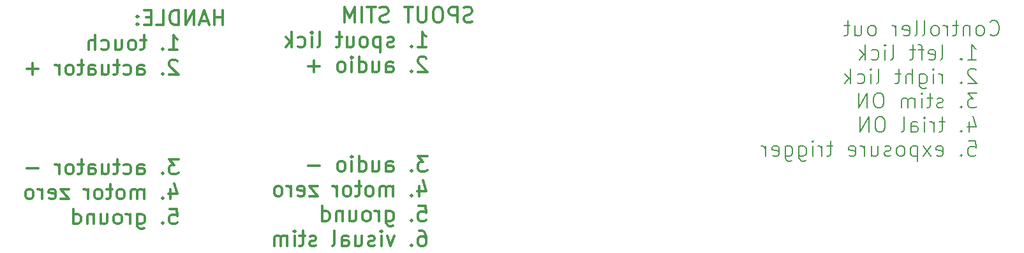
<source format=gbo>
G04 #@! TF.GenerationSoftware,KiCad,Pcbnew,5.1.6*
G04 #@! TF.CreationDate,2020-07-14T15:11:32-04:00*
G04 #@! TF.ProjectId,controller,636f6e74-726f-46c6-9c65-722e6b696361,rev?*
G04 #@! TF.SameCoordinates,Original*
G04 #@! TF.FileFunction,Legend,Bot*
G04 #@! TF.FilePolarity,Positive*
%FSLAX46Y46*%
G04 Gerber Fmt 4.6, Leading zero omitted, Abs format (unit mm)*
G04 Created by KiCad (PCBNEW 5.1.6) date 2020-07-14 15:11:32*
%MOMM*%
%LPD*%
G01*
G04 APERTURE LIST*
%ADD10C,0.200000*%
%ADD11C,0.300000*%
G04 APERTURE END LIST*
D10*
X127790952Y-70184285D02*
X127886190Y-70279523D01*
X128171904Y-70374761D01*
X128362380Y-70374761D01*
X128648095Y-70279523D01*
X128838571Y-70089047D01*
X128933809Y-69898571D01*
X129029047Y-69517619D01*
X129029047Y-69231904D01*
X128933809Y-68850952D01*
X128838571Y-68660476D01*
X128648095Y-68470000D01*
X128362380Y-68374761D01*
X128171904Y-68374761D01*
X127886190Y-68470000D01*
X127790952Y-68565238D01*
X126648095Y-70374761D02*
X126838571Y-70279523D01*
X126933809Y-70184285D01*
X127029047Y-69993809D01*
X127029047Y-69422380D01*
X126933809Y-69231904D01*
X126838571Y-69136666D01*
X126648095Y-69041428D01*
X126362380Y-69041428D01*
X126171904Y-69136666D01*
X126076666Y-69231904D01*
X125981428Y-69422380D01*
X125981428Y-69993809D01*
X126076666Y-70184285D01*
X126171904Y-70279523D01*
X126362380Y-70374761D01*
X126648095Y-70374761D01*
X125124285Y-69041428D02*
X125124285Y-70374761D01*
X125124285Y-69231904D02*
X125029047Y-69136666D01*
X124838571Y-69041428D01*
X124552857Y-69041428D01*
X124362380Y-69136666D01*
X124267142Y-69327142D01*
X124267142Y-70374761D01*
X123600476Y-69041428D02*
X122838571Y-69041428D01*
X123314761Y-68374761D02*
X123314761Y-70089047D01*
X123219523Y-70279523D01*
X123029047Y-70374761D01*
X122838571Y-70374761D01*
X122171904Y-70374761D02*
X122171904Y-69041428D01*
X122171904Y-69422380D02*
X122076666Y-69231904D01*
X121981428Y-69136666D01*
X121790952Y-69041428D01*
X121600476Y-69041428D01*
X120648095Y-70374761D02*
X120838571Y-70279523D01*
X120933809Y-70184285D01*
X121029047Y-69993809D01*
X121029047Y-69422380D01*
X120933809Y-69231904D01*
X120838571Y-69136666D01*
X120648095Y-69041428D01*
X120362380Y-69041428D01*
X120171904Y-69136666D01*
X120076666Y-69231904D01*
X119981428Y-69422380D01*
X119981428Y-69993809D01*
X120076666Y-70184285D01*
X120171904Y-70279523D01*
X120362380Y-70374761D01*
X120648095Y-70374761D01*
X118838571Y-70374761D02*
X119029047Y-70279523D01*
X119124285Y-70089047D01*
X119124285Y-68374761D01*
X117790952Y-70374761D02*
X117981428Y-70279523D01*
X118076666Y-70089047D01*
X118076666Y-68374761D01*
X116267142Y-70279523D02*
X116457619Y-70374761D01*
X116838571Y-70374761D01*
X117029047Y-70279523D01*
X117124285Y-70089047D01*
X117124285Y-69327142D01*
X117029047Y-69136666D01*
X116838571Y-69041428D01*
X116457619Y-69041428D01*
X116267142Y-69136666D01*
X116171904Y-69327142D01*
X116171904Y-69517619D01*
X117124285Y-69708095D01*
X115314761Y-70374761D02*
X115314761Y-69041428D01*
X115314761Y-69422380D02*
X115219523Y-69231904D01*
X115124285Y-69136666D01*
X114933809Y-69041428D01*
X114743333Y-69041428D01*
X112267142Y-70374761D02*
X112457619Y-70279523D01*
X112552857Y-70184285D01*
X112648095Y-69993809D01*
X112648095Y-69422380D01*
X112552857Y-69231904D01*
X112457619Y-69136666D01*
X112267142Y-69041428D01*
X111981428Y-69041428D01*
X111790952Y-69136666D01*
X111695714Y-69231904D01*
X111600476Y-69422380D01*
X111600476Y-69993809D01*
X111695714Y-70184285D01*
X111790952Y-70279523D01*
X111981428Y-70374761D01*
X112267142Y-70374761D01*
X109886190Y-69041428D02*
X109886190Y-70374761D01*
X110743333Y-69041428D02*
X110743333Y-70089047D01*
X110648095Y-70279523D01*
X110457619Y-70374761D01*
X110171904Y-70374761D01*
X109981428Y-70279523D01*
X109886190Y-70184285D01*
X109219523Y-69041428D02*
X108457619Y-69041428D01*
X108933809Y-68374761D02*
X108933809Y-70089047D01*
X108838571Y-70279523D01*
X108648095Y-70374761D01*
X108457619Y-70374761D01*
X124838571Y-73574761D02*
X125981428Y-73574761D01*
X125410000Y-73574761D02*
X125410000Y-71574761D01*
X125600476Y-71860476D01*
X125790952Y-72050952D01*
X125981428Y-72146190D01*
X123981428Y-73384285D02*
X123886190Y-73479523D01*
X123981428Y-73574761D01*
X124076666Y-73479523D01*
X123981428Y-73384285D01*
X123981428Y-73574761D01*
X121219523Y-73574761D02*
X121410000Y-73479523D01*
X121505238Y-73289047D01*
X121505238Y-71574761D01*
X119695714Y-73479523D02*
X119886190Y-73574761D01*
X120267142Y-73574761D01*
X120457619Y-73479523D01*
X120552857Y-73289047D01*
X120552857Y-72527142D01*
X120457619Y-72336666D01*
X120267142Y-72241428D01*
X119886190Y-72241428D01*
X119695714Y-72336666D01*
X119600476Y-72527142D01*
X119600476Y-72717619D01*
X120552857Y-72908095D01*
X119029047Y-72241428D02*
X118267142Y-72241428D01*
X118743333Y-73574761D02*
X118743333Y-71860476D01*
X118648095Y-71670000D01*
X118457619Y-71574761D01*
X118267142Y-71574761D01*
X117886190Y-72241428D02*
X117124285Y-72241428D01*
X117600476Y-71574761D02*
X117600476Y-73289047D01*
X117505238Y-73479523D01*
X117314761Y-73574761D01*
X117124285Y-73574761D01*
X114648095Y-73574761D02*
X114838571Y-73479523D01*
X114933809Y-73289047D01*
X114933809Y-71574761D01*
X113886190Y-73574761D02*
X113886190Y-72241428D01*
X113886190Y-71574761D02*
X113981428Y-71670000D01*
X113886190Y-71765238D01*
X113790952Y-71670000D01*
X113886190Y-71574761D01*
X113886190Y-71765238D01*
X112076666Y-73479523D02*
X112267142Y-73574761D01*
X112648095Y-73574761D01*
X112838571Y-73479523D01*
X112933809Y-73384285D01*
X113029047Y-73193809D01*
X113029047Y-72622380D01*
X112933809Y-72431904D01*
X112838571Y-72336666D01*
X112648095Y-72241428D01*
X112267142Y-72241428D01*
X112076666Y-72336666D01*
X111219523Y-73574761D02*
X111219523Y-71574761D01*
X111029047Y-72812857D02*
X110457619Y-73574761D01*
X110457619Y-72241428D02*
X111219523Y-73003333D01*
X125981428Y-74965238D02*
X125886190Y-74870000D01*
X125695714Y-74774761D01*
X125219523Y-74774761D01*
X125029047Y-74870000D01*
X124933809Y-74965238D01*
X124838571Y-75155714D01*
X124838571Y-75346190D01*
X124933809Y-75631904D01*
X126076666Y-76774761D01*
X124838571Y-76774761D01*
X123981428Y-76584285D02*
X123886190Y-76679523D01*
X123981428Y-76774761D01*
X124076666Y-76679523D01*
X123981428Y-76584285D01*
X123981428Y-76774761D01*
X121505238Y-76774761D02*
X121505238Y-75441428D01*
X121505238Y-75822380D02*
X121410000Y-75631904D01*
X121314761Y-75536666D01*
X121124285Y-75441428D01*
X120933809Y-75441428D01*
X120267142Y-76774761D02*
X120267142Y-75441428D01*
X120267142Y-74774761D02*
X120362380Y-74870000D01*
X120267142Y-74965238D01*
X120171904Y-74870000D01*
X120267142Y-74774761D01*
X120267142Y-74965238D01*
X118457619Y-75441428D02*
X118457619Y-77060476D01*
X118552857Y-77250952D01*
X118648095Y-77346190D01*
X118838571Y-77441428D01*
X119124285Y-77441428D01*
X119314761Y-77346190D01*
X118457619Y-76679523D02*
X118648095Y-76774761D01*
X119029047Y-76774761D01*
X119219523Y-76679523D01*
X119314761Y-76584285D01*
X119410000Y-76393809D01*
X119410000Y-75822380D01*
X119314761Y-75631904D01*
X119219523Y-75536666D01*
X119029047Y-75441428D01*
X118648095Y-75441428D01*
X118457619Y-75536666D01*
X117505238Y-76774761D02*
X117505238Y-74774761D01*
X116648095Y-76774761D02*
X116648095Y-75727142D01*
X116743333Y-75536666D01*
X116933809Y-75441428D01*
X117219523Y-75441428D01*
X117410000Y-75536666D01*
X117505238Y-75631904D01*
X115981428Y-75441428D02*
X115219523Y-75441428D01*
X115695714Y-74774761D02*
X115695714Y-76489047D01*
X115600476Y-76679523D01*
X115410000Y-76774761D01*
X115219523Y-76774761D01*
X112743333Y-76774761D02*
X112933809Y-76679523D01*
X113029047Y-76489047D01*
X113029047Y-74774761D01*
X111981428Y-76774761D02*
X111981428Y-75441428D01*
X111981428Y-74774761D02*
X112076666Y-74870000D01*
X111981428Y-74965238D01*
X111886190Y-74870000D01*
X111981428Y-74774761D01*
X111981428Y-74965238D01*
X110171904Y-76679523D02*
X110362380Y-76774761D01*
X110743333Y-76774761D01*
X110933809Y-76679523D01*
X111029047Y-76584285D01*
X111124285Y-76393809D01*
X111124285Y-75822380D01*
X111029047Y-75631904D01*
X110933809Y-75536666D01*
X110743333Y-75441428D01*
X110362380Y-75441428D01*
X110171904Y-75536666D01*
X109314761Y-76774761D02*
X109314761Y-74774761D01*
X109124285Y-76012857D02*
X108552857Y-76774761D01*
X108552857Y-75441428D02*
X109314761Y-76203333D01*
X126076666Y-77974761D02*
X124838571Y-77974761D01*
X125505238Y-78736666D01*
X125219523Y-78736666D01*
X125029047Y-78831904D01*
X124933809Y-78927142D01*
X124838571Y-79117619D01*
X124838571Y-79593809D01*
X124933809Y-79784285D01*
X125029047Y-79879523D01*
X125219523Y-79974761D01*
X125790952Y-79974761D01*
X125981428Y-79879523D01*
X126076666Y-79784285D01*
X123981428Y-79784285D02*
X123886190Y-79879523D01*
X123981428Y-79974761D01*
X124076666Y-79879523D01*
X123981428Y-79784285D01*
X123981428Y-79974761D01*
X121600476Y-79879523D02*
X121410000Y-79974761D01*
X121029047Y-79974761D01*
X120838571Y-79879523D01*
X120743333Y-79689047D01*
X120743333Y-79593809D01*
X120838571Y-79403333D01*
X121029047Y-79308095D01*
X121314761Y-79308095D01*
X121505238Y-79212857D01*
X121600476Y-79022380D01*
X121600476Y-78927142D01*
X121505238Y-78736666D01*
X121314761Y-78641428D01*
X121029047Y-78641428D01*
X120838571Y-78736666D01*
X120171904Y-78641428D02*
X119410000Y-78641428D01*
X119886190Y-77974761D02*
X119886190Y-79689047D01*
X119790952Y-79879523D01*
X119600476Y-79974761D01*
X119410000Y-79974761D01*
X118743333Y-79974761D02*
X118743333Y-78641428D01*
X118743333Y-77974761D02*
X118838571Y-78070000D01*
X118743333Y-78165238D01*
X118648095Y-78070000D01*
X118743333Y-77974761D01*
X118743333Y-78165238D01*
X117790952Y-79974761D02*
X117790952Y-78641428D01*
X117790952Y-78831904D02*
X117695714Y-78736666D01*
X117505238Y-78641428D01*
X117219523Y-78641428D01*
X117029047Y-78736666D01*
X116933809Y-78927142D01*
X116933809Y-79974761D01*
X116933809Y-78927142D02*
X116838571Y-78736666D01*
X116648095Y-78641428D01*
X116362380Y-78641428D01*
X116171904Y-78736666D01*
X116076666Y-78927142D01*
X116076666Y-79974761D01*
X113219523Y-77974761D02*
X112838571Y-77974761D01*
X112648095Y-78070000D01*
X112457619Y-78260476D01*
X112362380Y-78641428D01*
X112362380Y-79308095D01*
X112457619Y-79689047D01*
X112648095Y-79879523D01*
X112838571Y-79974761D01*
X113219523Y-79974761D01*
X113410000Y-79879523D01*
X113600476Y-79689047D01*
X113695714Y-79308095D01*
X113695714Y-78641428D01*
X113600476Y-78260476D01*
X113410000Y-78070000D01*
X113219523Y-77974761D01*
X111505238Y-79974761D02*
X111505238Y-77974761D01*
X110362380Y-79974761D01*
X110362380Y-77974761D01*
X125029047Y-81841428D02*
X125029047Y-83174761D01*
X125505238Y-81079523D02*
X125981428Y-82508095D01*
X124743333Y-82508095D01*
X123981428Y-82984285D02*
X123886190Y-83079523D01*
X123981428Y-83174761D01*
X124076666Y-83079523D01*
X123981428Y-82984285D01*
X123981428Y-83174761D01*
X121790952Y-81841428D02*
X121029047Y-81841428D01*
X121505238Y-81174761D02*
X121505238Y-82889047D01*
X121410000Y-83079523D01*
X121219523Y-83174761D01*
X121029047Y-83174761D01*
X120362380Y-83174761D02*
X120362380Y-81841428D01*
X120362380Y-82222380D02*
X120267142Y-82031904D01*
X120171904Y-81936666D01*
X119981428Y-81841428D01*
X119790952Y-81841428D01*
X119124285Y-83174761D02*
X119124285Y-81841428D01*
X119124285Y-81174761D02*
X119219523Y-81270000D01*
X119124285Y-81365238D01*
X119029047Y-81270000D01*
X119124285Y-81174761D01*
X119124285Y-81365238D01*
X117314761Y-83174761D02*
X117314761Y-82127142D01*
X117410000Y-81936666D01*
X117600476Y-81841428D01*
X117981428Y-81841428D01*
X118171904Y-81936666D01*
X117314761Y-83079523D02*
X117505238Y-83174761D01*
X117981428Y-83174761D01*
X118171904Y-83079523D01*
X118267142Y-82889047D01*
X118267142Y-82698571D01*
X118171904Y-82508095D01*
X117981428Y-82412857D01*
X117505238Y-82412857D01*
X117314761Y-82317619D01*
X116076666Y-83174761D02*
X116267142Y-83079523D01*
X116362380Y-82889047D01*
X116362380Y-81174761D01*
X113410000Y-81174761D02*
X113029047Y-81174761D01*
X112838571Y-81270000D01*
X112648095Y-81460476D01*
X112552857Y-81841428D01*
X112552857Y-82508095D01*
X112648095Y-82889047D01*
X112838571Y-83079523D01*
X113029047Y-83174761D01*
X113410000Y-83174761D01*
X113600476Y-83079523D01*
X113790952Y-82889047D01*
X113886190Y-82508095D01*
X113886190Y-81841428D01*
X113790952Y-81460476D01*
X113600476Y-81270000D01*
X113410000Y-81174761D01*
X111695714Y-83174761D02*
X111695714Y-81174761D01*
X110552857Y-83174761D01*
X110552857Y-81174761D01*
X124933809Y-84374761D02*
X125886190Y-84374761D01*
X125981428Y-85327142D01*
X125886190Y-85231904D01*
X125695714Y-85136666D01*
X125219523Y-85136666D01*
X125029047Y-85231904D01*
X124933809Y-85327142D01*
X124838571Y-85517619D01*
X124838571Y-85993809D01*
X124933809Y-86184285D01*
X125029047Y-86279523D01*
X125219523Y-86374761D01*
X125695714Y-86374761D01*
X125886190Y-86279523D01*
X125981428Y-86184285D01*
X123981428Y-86184285D02*
X123886190Y-86279523D01*
X123981428Y-86374761D01*
X124076666Y-86279523D01*
X123981428Y-86184285D01*
X123981428Y-86374761D01*
X120743333Y-86279523D02*
X120933809Y-86374761D01*
X121314761Y-86374761D01*
X121505238Y-86279523D01*
X121600476Y-86089047D01*
X121600476Y-85327142D01*
X121505238Y-85136666D01*
X121314761Y-85041428D01*
X120933809Y-85041428D01*
X120743333Y-85136666D01*
X120648095Y-85327142D01*
X120648095Y-85517619D01*
X121600476Y-85708095D01*
X119981428Y-86374761D02*
X118933809Y-85041428D01*
X119981428Y-85041428D02*
X118933809Y-86374761D01*
X118171904Y-85041428D02*
X118171904Y-87041428D01*
X118171904Y-85136666D02*
X117981428Y-85041428D01*
X117600476Y-85041428D01*
X117410000Y-85136666D01*
X117314761Y-85231904D01*
X117219523Y-85422380D01*
X117219523Y-85993809D01*
X117314761Y-86184285D01*
X117410000Y-86279523D01*
X117600476Y-86374761D01*
X117981428Y-86374761D01*
X118171904Y-86279523D01*
X116076666Y-86374761D02*
X116267142Y-86279523D01*
X116362380Y-86184285D01*
X116457619Y-85993809D01*
X116457619Y-85422380D01*
X116362380Y-85231904D01*
X116267142Y-85136666D01*
X116076666Y-85041428D01*
X115790952Y-85041428D01*
X115600476Y-85136666D01*
X115505238Y-85231904D01*
X115410000Y-85422380D01*
X115410000Y-85993809D01*
X115505238Y-86184285D01*
X115600476Y-86279523D01*
X115790952Y-86374761D01*
X116076666Y-86374761D01*
X114648095Y-86279523D02*
X114457619Y-86374761D01*
X114076666Y-86374761D01*
X113886190Y-86279523D01*
X113790952Y-86089047D01*
X113790952Y-85993809D01*
X113886190Y-85803333D01*
X114076666Y-85708095D01*
X114362380Y-85708095D01*
X114552857Y-85612857D01*
X114648095Y-85422380D01*
X114648095Y-85327142D01*
X114552857Y-85136666D01*
X114362380Y-85041428D01*
X114076666Y-85041428D01*
X113886190Y-85136666D01*
X112076666Y-85041428D02*
X112076666Y-86374761D01*
X112933809Y-85041428D02*
X112933809Y-86089047D01*
X112838571Y-86279523D01*
X112648095Y-86374761D01*
X112362380Y-86374761D01*
X112171904Y-86279523D01*
X112076666Y-86184285D01*
X111124285Y-86374761D02*
X111124285Y-85041428D01*
X111124285Y-85422380D02*
X111029047Y-85231904D01*
X110933809Y-85136666D01*
X110743333Y-85041428D01*
X110552857Y-85041428D01*
X109124285Y-86279523D02*
X109314761Y-86374761D01*
X109695714Y-86374761D01*
X109886190Y-86279523D01*
X109981428Y-86089047D01*
X109981428Y-85327142D01*
X109886190Y-85136666D01*
X109695714Y-85041428D01*
X109314761Y-85041428D01*
X109124285Y-85136666D01*
X109029047Y-85327142D01*
X109029047Y-85517619D01*
X109981428Y-85708095D01*
X106933809Y-85041428D02*
X106171904Y-85041428D01*
X106648095Y-84374761D02*
X106648095Y-86089047D01*
X106552857Y-86279523D01*
X106362380Y-86374761D01*
X106171904Y-86374761D01*
X105505238Y-86374761D02*
X105505238Y-85041428D01*
X105505238Y-85422380D02*
X105410000Y-85231904D01*
X105314761Y-85136666D01*
X105124285Y-85041428D01*
X104933809Y-85041428D01*
X104267142Y-86374761D02*
X104267142Y-85041428D01*
X104267142Y-84374761D02*
X104362380Y-84470000D01*
X104267142Y-84565238D01*
X104171904Y-84470000D01*
X104267142Y-84374761D01*
X104267142Y-84565238D01*
X102457619Y-85041428D02*
X102457619Y-86660476D01*
X102552857Y-86850952D01*
X102648095Y-86946190D01*
X102838571Y-87041428D01*
X103124285Y-87041428D01*
X103314761Y-86946190D01*
X102457619Y-86279523D02*
X102648095Y-86374761D01*
X103029047Y-86374761D01*
X103219523Y-86279523D01*
X103314761Y-86184285D01*
X103410000Y-85993809D01*
X103410000Y-85422380D01*
X103314761Y-85231904D01*
X103219523Y-85136666D01*
X103029047Y-85041428D01*
X102648095Y-85041428D01*
X102457619Y-85136666D01*
X100648095Y-85041428D02*
X100648095Y-86660476D01*
X100743333Y-86850952D01*
X100838571Y-86946190D01*
X101029047Y-87041428D01*
X101314761Y-87041428D01*
X101505238Y-86946190D01*
X100648095Y-86279523D02*
X100838571Y-86374761D01*
X101219523Y-86374761D01*
X101410000Y-86279523D01*
X101505238Y-86184285D01*
X101600476Y-85993809D01*
X101600476Y-85422380D01*
X101505238Y-85231904D01*
X101410000Y-85136666D01*
X101219523Y-85041428D01*
X100838571Y-85041428D01*
X100648095Y-85136666D01*
X98933809Y-86279523D02*
X99124285Y-86374761D01*
X99505238Y-86374761D01*
X99695714Y-86279523D01*
X99790952Y-86089047D01*
X99790952Y-85327142D01*
X99695714Y-85136666D01*
X99505238Y-85041428D01*
X99124285Y-85041428D01*
X98933809Y-85136666D01*
X98838571Y-85327142D01*
X98838571Y-85517619D01*
X99790952Y-85708095D01*
X97981428Y-86374761D02*
X97981428Y-85041428D01*
X97981428Y-85422380D02*
X97886190Y-85231904D01*
X97790952Y-85136666D01*
X97600476Y-85041428D01*
X97410000Y-85041428D01*
D11*
X59114047Y-68509523D02*
X58828333Y-68604761D01*
X58352142Y-68604761D01*
X58161666Y-68509523D01*
X58066428Y-68414285D01*
X57971190Y-68223809D01*
X57971190Y-68033333D01*
X58066428Y-67842857D01*
X58161666Y-67747619D01*
X58352142Y-67652380D01*
X58733095Y-67557142D01*
X58923571Y-67461904D01*
X59018809Y-67366666D01*
X59114047Y-67176190D01*
X59114047Y-66985714D01*
X59018809Y-66795238D01*
X58923571Y-66700000D01*
X58733095Y-66604761D01*
X58256904Y-66604761D01*
X57971190Y-66700000D01*
X57114047Y-68604761D02*
X57114047Y-66604761D01*
X56352142Y-66604761D01*
X56161666Y-66700000D01*
X56066428Y-66795238D01*
X55971190Y-66985714D01*
X55971190Y-67271428D01*
X56066428Y-67461904D01*
X56161666Y-67557142D01*
X56352142Y-67652380D01*
X57114047Y-67652380D01*
X54733095Y-66604761D02*
X54352142Y-66604761D01*
X54161666Y-66700000D01*
X53971190Y-66890476D01*
X53875952Y-67271428D01*
X53875952Y-67938095D01*
X53971190Y-68319047D01*
X54161666Y-68509523D01*
X54352142Y-68604761D01*
X54733095Y-68604761D01*
X54923571Y-68509523D01*
X55114047Y-68319047D01*
X55209285Y-67938095D01*
X55209285Y-67271428D01*
X55114047Y-66890476D01*
X54923571Y-66700000D01*
X54733095Y-66604761D01*
X53018809Y-66604761D02*
X53018809Y-68223809D01*
X52923571Y-68414285D01*
X52828333Y-68509523D01*
X52637857Y-68604761D01*
X52256904Y-68604761D01*
X52066428Y-68509523D01*
X51971190Y-68414285D01*
X51875952Y-68223809D01*
X51875952Y-66604761D01*
X51209285Y-66604761D02*
X50066428Y-66604761D01*
X50637857Y-68604761D02*
X50637857Y-66604761D01*
X47971190Y-68509523D02*
X47685476Y-68604761D01*
X47209285Y-68604761D01*
X47018809Y-68509523D01*
X46923571Y-68414285D01*
X46828333Y-68223809D01*
X46828333Y-68033333D01*
X46923571Y-67842857D01*
X47018809Y-67747619D01*
X47209285Y-67652380D01*
X47590238Y-67557142D01*
X47780714Y-67461904D01*
X47875952Y-67366666D01*
X47971190Y-67176190D01*
X47971190Y-66985714D01*
X47875952Y-66795238D01*
X47780714Y-66700000D01*
X47590238Y-66604761D01*
X47114047Y-66604761D01*
X46828333Y-66700000D01*
X46256904Y-66604761D02*
X45114047Y-66604761D01*
X45685476Y-68604761D02*
X45685476Y-66604761D01*
X44447380Y-68604761D02*
X44447380Y-66604761D01*
X43495000Y-68604761D02*
X43495000Y-66604761D01*
X42828333Y-68033333D01*
X42161666Y-66604761D01*
X42161666Y-68604761D01*
X51875952Y-71904761D02*
X53018809Y-71904761D01*
X52447380Y-71904761D02*
X52447380Y-69904761D01*
X52637857Y-70190476D01*
X52828333Y-70380952D01*
X53018809Y-70476190D01*
X51018809Y-71714285D02*
X50923571Y-71809523D01*
X51018809Y-71904761D01*
X51114047Y-71809523D01*
X51018809Y-71714285D01*
X51018809Y-71904761D01*
X48637857Y-71809523D02*
X48447380Y-71904761D01*
X48066428Y-71904761D01*
X47875952Y-71809523D01*
X47780714Y-71619047D01*
X47780714Y-71523809D01*
X47875952Y-71333333D01*
X48066428Y-71238095D01*
X48352142Y-71238095D01*
X48542619Y-71142857D01*
X48637857Y-70952380D01*
X48637857Y-70857142D01*
X48542619Y-70666666D01*
X48352142Y-70571428D01*
X48066428Y-70571428D01*
X47875952Y-70666666D01*
X46923571Y-70571428D02*
X46923571Y-72571428D01*
X46923571Y-70666666D02*
X46733095Y-70571428D01*
X46352142Y-70571428D01*
X46161666Y-70666666D01*
X46066428Y-70761904D01*
X45971190Y-70952380D01*
X45971190Y-71523809D01*
X46066428Y-71714285D01*
X46161666Y-71809523D01*
X46352142Y-71904761D01*
X46733095Y-71904761D01*
X46923571Y-71809523D01*
X44828333Y-71904761D02*
X45018809Y-71809523D01*
X45114047Y-71714285D01*
X45209285Y-71523809D01*
X45209285Y-70952380D01*
X45114047Y-70761904D01*
X45018809Y-70666666D01*
X44828333Y-70571428D01*
X44542619Y-70571428D01*
X44352142Y-70666666D01*
X44256904Y-70761904D01*
X44161666Y-70952380D01*
X44161666Y-71523809D01*
X44256904Y-71714285D01*
X44352142Y-71809523D01*
X44542619Y-71904761D01*
X44828333Y-71904761D01*
X42447380Y-70571428D02*
X42447380Y-71904761D01*
X43304523Y-70571428D02*
X43304523Y-71619047D01*
X43209285Y-71809523D01*
X43018809Y-71904761D01*
X42733095Y-71904761D01*
X42542619Y-71809523D01*
X42447380Y-71714285D01*
X41780714Y-70571428D02*
X41018809Y-70571428D01*
X41495000Y-69904761D02*
X41495000Y-71619047D01*
X41399761Y-71809523D01*
X41209285Y-71904761D01*
X41018809Y-71904761D01*
X38542619Y-71904761D02*
X38733095Y-71809523D01*
X38828333Y-71619047D01*
X38828333Y-69904761D01*
X37780714Y-71904761D02*
X37780714Y-70571428D01*
X37780714Y-69904761D02*
X37875952Y-70000000D01*
X37780714Y-70095238D01*
X37685476Y-70000000D01*
X37780714Y-69904761D01*
X37780714Y-70095238D01*
X35971190Y-71809523D02*
X36161666Y-71904761D01*
X36542619Y-71904761D01*
X36733095Y-71809523D01*
X36828333Y-71714285D01*
X36923571Y-71523809D01*
X36923571Y-70952380D01*
X36828333Y-70761904D01*
X36733095Y-70666666D01*
X36542619Y-70571428D01*
X36161666Y-70571428D01*
X35971190Y-70666666D01*
X35114047Y-71904761D02*
X35114047Y-69904761D01*
X34923571Y-71142857D02*
X34352142Y-71904761D01*
X34352142Y-70571428D02*
X35114047Y-71333333D01*
X53018809Y-73395238D02*
X52923571Y-73300000D01*
X52733095Y-73204761D01*
X52256904Y-73204761D01*
X52066428Y-73300000D01*
X51971190Y-73395238D01*
X51875952Y-73585714D01*
X51875952Y-73776190D01*
X51971190Y-74061904D01*
X53114047Y-75204761D01*
X51875952Y-75204761D01*
X51018809Y-75014285D02*
X50923571Y-75109523D01*
X51018809Y-75204761D01*
X51114047Y-75109523D01*
X51018809Y-75014285D01*
X51018809Y-75204761D01*
X47685476Y-75204761D02*
X47685476Y-74157142D01*
X47780714Y-73966666D01*
X47971190Y-73871428D01*
X48352142Y-73871428D01*
X48542619Y-73966666D01*
X47685476Y-75109523D02*
X47875952Y-75204761D01*
X48352142Y-75204761D01*
X48542619Y-75109523D01*
X48637857Y-74919047D01*
X48637857Y-74728571D01*
X48542619Y-74538095D01*
X48352142Y-74442857D01*
X47875952Y-74442857D01*
X47685476Y-74347619D01*
X45875952Y-73871428D02*
X45875952Y-75204761D01*
X46733095Y-73871428D02*
X46733095Y-74919047D01*
X46637857Y-75109523D01*
X46447380Y-75204761D01*
X46161666Y-75204761D01*
X45971190Y-75109523D01*
X45875952Y-75014285D01*
X44066428Y-75204761D02*
X44066428Y-73204761D01*
X44066428Y-75109523D02*
X44256904Y-75204761D01*
X44637857Y-75204761D01*
X44828333Y-75109523D01*
X44923571Y-75014285D01*
X45018809Y-74823809D01*
X45018809Y-74252380D01*
X44923571Y-74061904D01*
X44828333Y-73966666D01*
X44637857Y-73871428D01*
X44256904Y-73871428D01*
X44066428Y-73966666D01*
X43114047Y-75204761D02*
X43114047Y-73871428D01*
X43114047Y-73204761D02*
X43209285Y-73300000D01*
X43114047Y-73395238D01*
X43018809Y-73300000D01*
X43114047Y-73204761D01*
X43114047Y-73395238D01*
X41875952Y-75204761D02*
X42066428Y-75109523D01*
X42161666Y-75014285D01*
X42256904Y-74823809D01*
X42256904Y-74252380D01*
X42161666Y-74061904D01*
X42066428Y-73966666D01*
X41875952Y-73871428D01*
X41590238Y-73871428D01*
X41399761Y-73966666D01*
X41304523Y-74061904D01*
X41209285Y-74252380D01*
X41209285Y-74823809D01*
X41304523Y-75014285D01*
X41399761Y-75109523D01*
X41590238Y-75204761D01*
X41875952Y-75204761D01*
X38828333Y-74442857D02*
X37304523Y-74442857D01*
X38066428Y-75204761D02*
X38066428Y-73680952D01*
X53114047Y-86404761D02*
X51875952Y-86404761D01*
X52542619Y-87166666D01*
X52256904Y-87166666D01*
X52066428Y-87261904D01*
X51971190Y-87357142D01*
X51875952Y-87547619D01*
X51875952Y-88023809D01*
X51971190Y-88214285D01*
X52066428Y-88309523D01*
X52256904Y-88404761D01*
X52828333Y-88404761D01*
X53018809Y-88309523D01*
X53114047Y-88214285D01*
X51018809Y-88214285D02*
X50923571Y-88309523D01*
X51018809Y-88404761D01*
X51114047Y-88309523D01*
X51018809Y-88214285D01*
X51018809Y-88404761D01*
X47685476Y-88404761D02*
X47685476Y-87357142D01*
X47780714Y-87166666D01*
X47971190Y-87071428D01*
X48352142Y-87071428D01*
X48542619Y-87166666D01*
X47685476Y-88309523D02*
X47875952Y-88404761D01*
X48352142Y-88404761D01*
X48542619Y-88309523D01*
X48637857Y-88119047D01*
X48637857Y-87928571D01*
X48542619Y-87738095D01*
X48352142Y-87642857D01*
X47875952Y-87642857D01*
X47685476Y-87547619D01*
X45875952Y-87071428D02*
X45875952Y-88404761D01*
X46733095Y-87071428D02*
X46733095Y-88119047D01*
X46637857Y-88309523D01*
X46447380Y-88404761D01*
X46161666Y-88404761D01*
X45971190Y-88309523D01*
X45875952Y-88214285D01*
X44066428Y-88404761D02*
X44066428Y-86404761D01*
X44066428Y-88309523D02*
X44256904Y-88404761D01*
X44637857Y-88404761D01*
X44828333Y-88309523D01*
X44923571Y-88214285D01*
X45018809Y-88023809D01*
X45018809Y-87452380D01*
X44923571Y-87261904D01*
X44828333Y-87166666D01*
X44637857Y-87071428D01*
X44256904Y-87071428D01*
X44066428Y-87166666D01*
X43114047Y-88404761D02*
X43114047Y-87071428D01*
X43114047Y-86404761D02*
X43209285Y-86500000D01*
X43114047Y-86595238D01*
X43018809Y-86500000D01*
X43114047Y-86404761D01*
X43114047Y-86595238D01*
X41875952Y-88404761D02*
X42066428Y-88309523D01*
X42161666Y-88214285D01*
X42256904Y-88023809D01*
X42256904Y-87452380D01*
X42161666Y-87261904D01*
X42066428Y-87166666D01*
X41875952Y-87071428D01*
X41590238Y-87071428D01*
X41399761Y-87166666D01*
X41304523Y-87261904D01*
X41209285Y-87452380D01*
X41209285Y-88023809D01*
X41304523Y-88214285D01*
X41399761Y-88309523D01*
X41590238Y-88404761D01*
X41875952Y-88404761D01*
X38828333Y-87642857D02*
X37304523Y-87642857D01*
X52066428Y-90371428D02*
X52066428Y-91704761D01*
X52542619Y-89609523D02*
X53018809Y-91038095D01*
X51780714Y-91038095D01*
X51018809Y-91514285D02*
X50923571Y-91609523D01*
X51018809Y-91704761D01*
X51114047Y-91609523D01*
X51018809Y-91514285D01*
X51018809Y-91704761D01*
X48542619Y-91704761D02*
X48542619Y-90371428D01*
X48542619Y-90561904D02*
X48447380Y-90466666D01*
X48256904Y-90371428D01*
X47971190Y-90371428D01*
X47780714Y-90466666D01*
X47685476Y-90657142D01*
X47685476Y-91704761D01*
X47685476Y-90657142D02*
X47590238Y-90466666D01*
X47399761Y-90371428D01*
X47114047Y-90371428D01*
X46923571Y-90466666D01*
X46828333Y-90657142D01*
X46828333Y-91704761D01*
X45590238Y-91704761D02*
X45780714Y-91609523D01*
X45875952Y-91514285D01*
X45971190Y-91323809D01*
X45971190Y-90752380D01*
X45875952Y-90561904D01*
X45780714Y-90466666D01*
X45590238Y-90371428D01*
X45304523Y-90371428D01*
X45114047Y-90466666D01*
X45018809Y-90561904D01*
X44923571Y-90752380D01*
X44923571Y-91323809D01*
X45018809Y-91514285D01*
X45114047Y-91609523D01*
X45304523Y-91704761D01*
X45590238Y-91704761D01*
X44352142Y-90371428D02*
X43590238Y-90371428D01*
X44066428Y-89704761D02*
X44066428Y-91419047D01*
X43971190Y-91609523D01*
X43780714Y-91704761D01*
X43590238Y-91704761D01*
X42637857Y-91704761D02*
X42828333Y-91609523D01*
X42923571Y-91514285D01*
X43018809Y-91323809D01*
X43018809Y-90752380D01*
X42923571Y-90561904D01*
X42828333Y-90466666D01*
X42637857Y-90371428D01*
X42352142Y-90371428D01*
X42161666Y-90466666D01*
X42066428Y-90561904D01*
X41971190Y-90752380D01*
X41971190Y-91323809D01*
X42066428Y-91514285D01*
X42161666Y-91609523D01*
X42352142Y-91704761D01*
X42637857Y-91704761D01*
X41114047Y-91704761D02*
X41114047Y-90371428D01*
X41114047Y-90752380D02*
X41018809Y-90561904D01*
X40923571Y-90466666D01*
X40733095Y-90371428D01*
X40542619Y-90371428D01*
X38542619Y-90371428D02*
X37495000Y-90371428D01*
X38542619Y-91704761D01*
X37495000Y-91704761D01*
X35971190Y-91609523D02*
X36161666Y-91704761D01*
X36542619Y-91704761D01*
X36733095Y-91609523D01*
X36828333Y-91419047D01*
X36828333Y-90657142D01*
X36733095Y-90466666D01*
X36542619Y-90371428D01*
X36161666Y-90371428D01*
X35971190Y-90466666D01*
X35875952Y-90657142D01*
X35875952Y-90847619D01*
X36828333Y-91038095D01*
X35018809Y-91704761D02*
X35018809Y-90371428D01*
X35018809Y-90752380D02*
X34923571Y-90561904D01*
X34828333Y-90466666D01*
X34637857Y-90371428D01*
X34447380Y-90371428D01*
X33495000Y-91704761D02*
X33685476Y-91609523D01*
X33780714Y-91514285D01*
X33875952Y-91323809D01*
X33875952Y-90752380D01*
X33780714Y-90561904D01*
X33685476Y-90466666D01*
X33495000Y-90371428D01*
X33209285Y-90371428D01*
X33018809Y-90466666D01*
X32923571Y-90561904D01*
X32828333Y-90752380D01*
X32828333Y-91323809D01*
X32923571Y-91514285D01*
X33018809Y-91609523D01*
X33209285Y-91704761D01*
X33495000Y-91704761D01*
X51971190Y-93004761D02*
X52923571Y-93004761D01*
X53018809Y-93957142D01*
X52923571Y-93861904D01*
X52733095Y-93766666D01*
X52256904Y-93766666D01*
X52066428Y-93861904D01*
X51971190Y-93957142D01*
X51875952Y-94147619D01*
X51875952Y-94623809D01*
X51971190Y-94814285D01*
X52066428Y-94909523D01*
X52256904Y-95004761D01*
X52733095Y-95004761D01*
X52923571Y-94909523D01*
X53018809Y-94814285D01*
X51018809Y-94814285D02*
X50923571Y-94909523D01*
X51018809Y-95004761D01*
X51114047Y-94909523D01*
X51018809Y-94814285D01*
X51018809Y-95004761D01*
X47685476Y-93671428D02*
X47685476Y-95290476D01*
X47780714Y-95480952D01*
X47875952Y-95576190D01*
X48066428Y-95671428D01*
X48352142Y-95671428D01*
X48542619Y-95576190D01*
X47685476Y-94909523D02*
X47875952Y-95004761D01*
X48256904Y-95004761D01*
X48447380Y-94909523D01*
X48542619Y-94814285D01*
X48637857Y-94623809D01*
X48637857Y-94052380D01*
X48542619Y-93861904D01*
X48447380Y-93766666D01*
X48256904Y-93671428D01*
X47875952Y-93671428D01*
X47685476Y-93766666D01*
X46733095Y-95004761D02*
X46733095Y-93671428D01*
X46733095Y-94052380D02*
X46637857Y-93861904D01*
X46542619Y-93766666D01*
X46352142Y-93671428D01*
X46161666Y-93671428D01*
X45209285Y-95004761D02*
X45399761Y-94909523D01*
X45495000Y-94814285D01*
X45590238Y-94623809D01*
X45590238Y-94052380D01*
X45495000Y-93861904D01*
X45399761Y-93766666D01*
X45209285Y-93671428D01*
X44923571Y-93671428D01*
X44733095Y-93766666D01*
X44637857Y-93861904D01*
X44542619Y-94052380D01*
X44542619Y-94623809D01*
X44637857Y-94814285D01*
X44733095Y-94909523D01*
X44923571Y-95004761D01*
X45209285Y-95004761D01*
X42828333Y-93671428D02*
X42828333Y-95004761D01*
X43685476Y-93671428D02*
X43685476Y-94719047D01*
X43590238Y-94909523D01*
X43399761Y-95004761D01*
X43114047Y-95004761D01*
X42923571Y-94909523D01*
X42828333Y-94814285D01*
X41875952Y-93671428D02*
X41875952Y-95004761D01*
X41875952Y-93861904D02*
X41780714Y-93766666D01*
X41590238Y-93671428D01*
X41304523Y-93671428D01*
X41114047Y-93766666D01*
X41018809Y-93957142D01*
X41018809Y-95004761D01*
X39209285Y-95004761D02*
X39209285Y-93004761D01*
X39209285Y-94909523D02*
X39399761Y-95004761D01*
X39780714Y-95004761D01*
X39971190Y-94909523D01*
X40066428Y-94814285D01*
X40161666Y-94623809D01*
X40161666Y-94052380D01*
X40066428Y-93861904D01*
X39971190Y-93766666D01*
X39780714Y-93671428D01*
X39399761Y-93671428D01*
X39209285Y-93766666D01*
X52066428Y-96304761D02*
X52447380Y-96304761D01*
X52637857Y-96400000D01*
X52733095Y-96495238D01*
X52923571Y-96780952D01*
X53018809Y-97161904D01*
X53018809Y-97923809D01*
X52923571Y-98114285D01*
X52828333Y-98209523D01*
X52637857Y-98304761D01*
X52256904Y-98304761D01*
X52066428Y-98209523D01*
X51971190Y-98114285D01*
X51875952Y-97923809D01*
X51875952Y-97447619D01*
X51971190Y-97257142D01*
X52066428Y-97161904D01*
X52256904Y-97066666D01*
X52637857Y-97066666D01*
X52828333Y-97161904D01*
X52923571Y-97257142D01*
X53018809Y-97447619D01*
X51018809Y-98114285D02*
X50923571Y-98209523D01*
X51018809Y-98304761D01*
X51114047Y-98209523D01*
X51018809Y-98114285D01*
X51018809Y-98304761D01*
X48733095Y-96971428D02*
X48256904Y-98304761D01*
X47780714Y-96971428D01*
X47018809Y-98304761D02*
X47018809Y-96971428D01*
X47018809Y-96304761D02*
X47114047Y-96400000D01*
X47018809Y-96495238D01*
X46923571Y-96400000D01*
X47018809Y-96304761D01*
X47018809Y-96495238D01*
X46161666Y-98209523D02*
X45971190Y-98304761D01*
X45590238Y-98304761D01*
X45399761Y-98209523D01*
X45304523Y-98019047D01*
X45304523Y-97923809D01*
X45399761Y-97733333D01*
X45590238Y-97638095D01*
X45875952Y-97638095D01*
X46066428Y-97542857D01*
X46161666Y-97352380D01*
X46161666Y-97257142D01*
X46066428Y-97066666D01*
X45875952Y-96971428D01*
X45590238Y-96971428D01*
X45399761Y-97066666D01*
X43590238Y-96971428D02*
X43590238Y-98304761D01*
X44447380Y-96971428D02*
X44447380Y-98019047D01*
X44352142Y-98209523D01*
X44161666Y-98304761D01*
X43875952Y-98304761D01*
X43685476Y-98209523D01*
X43590238Y-98114285D01*
X41780714Y-98304761D02*
X41780714Y-97257142D01*
X41875952Y-97066666D01*
X42066428Y-96971428D01*
X42447380Y-96971428D01*
X42637857Y-97066666D01*
X41780714Y-98209523D02*
X41971190Y-98304761D01*
X42447380Y-98304761D01*
X42637857Y-98209523D01*
X42733095Y-98019047D01*
X42733095Y-97828571D01*
X42637857Y-97638095D01*
X42447380Y-97542857D01*
X41971190Y-97542857D01*
X41780714Y-97447619D01*
X40542619Y-98304761D02*
X40733095Y-98209523D01*
X40828333Y-98019047D01*
X40828333Y-96304761D01*
X38352142Y-98209523D02*
X38161666Y-98304761D01*
X37780714Y-98304761D01*
X37590238Y-98209523D01*
X37495000Y-98019047D01*
X37495000Y-97923809D01*
X37590238Y-97733333D01*
X37780714Y-97638095D01*
X38066428Y-97638095D01*
X38256904Y-97542857D01*
X38352142Y-97352380D01*
X38352142Y-97257142D01*
X38256904Y-97066666D01*
X38066428Y-96971428D01*
X37780714Y-96971428D01*
X37590238Y-97066666D01*
X36923571Y-96971428D02*
X36161666Y-96971428D01*
X36637857Y-96304761D02*
X36637857Y-98019047D01*
X36542619Y-98209523D01*
X36352142Y-98304761D01*
X36161666Y-98304761D01*
X35495000Y-98304761D02*
X35495000Y-96971428D01*
X35495000Y-96304761D02*
X35590238Y-96400000D01*
X35495000Y-96495238D01*
X35399761Y-96400000D01*
X35495000Y-96304761D01*
X35495000Y-96495238D01*
X34542619Y-98304761D02*
X34542619Y-96971428D01*
X34542619Y-97161904D02*
X34447380Y-97066666D01*
X34256904Y-96971428D01*
X33971190Y-96971428D01*
X33780714Y-97066666D01*
X33685476Y-97257142D01*
X33685476Y-98304761D01*
X33685476Y-97257142D02*
X33590238Y-97066666D01*
X33399761Y-96971428D01*
X33114047Y-96971428D01*
X32923571Y-97066666D01*
X32828333Y-97257142D01*
X32828333Y-98304761D01*
X25998809Y-68984761D02*
X25998809Y-66984761D01*
X25998809Y-67937142D02*
X24855952Y-67937142D01*
X24855952Y-68984761D02*
X24855952Y-66984761D01*
X23998809Y-68413333D02*
X23046428Y-68413333D01*
X24189285Y-68984761D02*
X23522619Y-66984761D01*
X22855952Y-68984761D01*
X22189285Y-68984761D02*
X22189285Y-66984761D01*
X21046428Y-68984761D01*
X21046428Y-66984761D01*
X20094047Y-68984761D02*
X20094047Y-66984761D01*
X19617857Y-66984761D01*
X19332142Y-67080000D01*
X19141666Y-67270476D01*
X19046428Y-67460952D01*
X18951190Y-67841904D01*
X18951190Y-68127619D01*
X19046428Y-68508571D01*
X19141666Y-68699047D01*
X19332142Y-68889523D01*
X19617857Y-68984761D01*
X20094047Y-68984761D01*
X17141666Y-68984761D02*
X18094047Y-68984761D01*
X18094047Y-66984761D01*
X16475000Y-67937142D02*
X15808333Y-67937142D01*
X15522619Y-68984761D02*
X16475000Y-68984761D01*
X16475000Y-66984761D01*
X15522619Y-66984761D01*
X14665476Y-68794285D02*
X14570238Y-68889523D01*
X14665476Y-68984761D01*
X14760714Y-68889523D01*
X14665476Y-68794285D01*
X14665476Y-68984761D01*
X14665476Y-67746666D02*
X14570238Y-67841904D01*
X14665476Y-67937142D01*
X14760714Y-67841904D01*
X14665476Y-67746666D01*
X14665476Y-67937142D01*
X18855952Y-72284761D02*
X19998809Y-72284761D01*
X19427380Y-72284761D02*
X19427380Y-70284761D01*
X19617857Y-70570476D01*
X19808333Y-70760952D01*
X19998809Y-70856190D01*
X17998809Y-72094285D02*
X17903571Y-72189523D01*
X17998809Y-72284761D01*
X18094047Y-72189523D01*
X17998809Y-72094285D01*
X17998809Y-72284761D01*
X15808333Y-70951428D02*
X15046428Y-70951428D01*
X15522619Y-70284761D02*
X15522619Y-71999047D01*
X15427380Y-72189523D01*
X15236904Y-72284761D01*
X15046428Y-72284761D01*
X14094047Y-72284761D02*
X14284523Y-72189523D01*
X14379761Y-72094285D01*
X14475000Y-71903809D01*
X14475000Y-71332380D01*
X14379761Y-71141904D01*
X14284523Y-71046666D01*
X14094047Y-70951428D01*
X13808333Y-70951428D01*
X13617857Y-71046666D01*
X13522619Y-71141904D01*
X13427380Y-71332380D01*
X13427380Y-71903809D01*
X13522619Y-72094285D01*
X13617857Y-72189523D01*
X13808333Y-72284761D01*
X14094047Y-72284761D01*
X11713095Y-70951428D02*
X11713095Y-72284761D01*
X12570238Y-70951428D02*
X12570238Y-71999047D01*
X12475000Y-72189523D01*
X12284523Y-72284761D01*
X11998809Y-72284761D01*
X11808333Y-72189523D01*
X11713095Y-72094285D01*
X9903571Y-72189523D02*
X10094047Y-72284761D01*
X10475000Y-72284761D01*
X10665476Y-72189523D01*
X10760714Y-72094285D01*
X10855952Y-71903809D01*
X10855952Y-71332380D01*
X10760714Y-71141904D01*
X10665476Y-71046666D01*
X10475000Y-70951428D01*
X10094047Y-70951428D01*
X9903571Y-71046666D01*
X9046428Y-72284761D02*
X9046428Y-70284761D01*
X8189285Y-72284761D02*
X8189285Y-71237142D01*
X8284523Y-71046666D01*
X8475000Y-70951428D01*
X8760714Y-70951428D01*
X8951190Y-71046666D01*
X9046428Y-71141904D01*
X19998809Y-73775238D02*
X19903571Y-73680000D01*
X19713095Y-73584761D01*
X19236904Y-73584761D01*
X19046428Y-73680000D01*
X18951190Y-73775238D01*
X18855952Y-73965714D01*
X18855952Y-74156190D01*
X18951190Y-74441904D01*
X20094047Y-75584761D01*
X18855952Y-75584761D01*
X17998809Y-75394285D02*
X17903571Y-75489523D01*
X17998809Y-75584761D01*
X18094047Y-75489523D01*
X17998809Y-75394285D01*
X17998809Y-75584761D01*
X14665476Y-75584761D02*
X14665476Y-74537142D01*
X14760714Y-74346666D01*
X14951190Y-74251428D01*
X15332142Y-74251428D01*
X15522619Y-74346666D01*
X14665476Y-75489523D02*
X14855952Y-75584761D01*
X15332142Y-75584761D01*
X15522619Y-75489523D01*
X15617857Y-75299047D01*
X15617857Y-75108571D01*
X15522619Y-74918095D01*
X15332142Y-74822857D01*
X14855952Y-74822857D01*
X14665476Y-74727619D01*
X12855952Y-75489523D02*
X13046428Y-75584761D01*
X13427380Y-75584761D01*
X13617857Y-75489523D01*
X13713095Y-75394285D01*
X13808333Y-75203809D01*
X13808333Y-74632380D01*
X13713095Y-74441904D01*
X13617857Y-74346666D01*
X13427380Y-74251428D01*
X13046428Y-74251428D01*
X12855952Y-74346666D01*
X12284523Y-74251428D02*
X11522619Y-74251428D01*
X11998809Y-73584761D02*
X11998809Y-75299047D01*
X11903571Y-75489523D01*
X11713095Y-75584761D01*
X11522619Y-75584761D01*
X9998809Y-74251428D02*
X9998809Y-75584761D01*
X10855952Y-74251428D02*
X10855952Y-75299047D01*
X10760714Y-75489523D01*
X10570238Y-75584761D01*
X10284523Y-75584761D01*
X10094047Y-75489523D01*
X9998809Y-75394285D01*
X8189285Y-75584761D02*
X8189285Y-74537142D01*
X8284523Y-74346666D01*
X8475000Y-74251428D01*
X8855952Y-74251428D01*
X9046428Y-74346666D01*
X8189285Y-75489523D02*
X8379761Y-75584761D01*
X8855952Y-75584761D01*
X9046428Y-75489523D01*
X9141666Y-75299047D01*
X9141666Y-75108571D01*
X9046428Y-74918095D01*
X8855952Y-74822857D01*
X8379761Y-74822857D01*
X8189285Y-74727619D01*
X7522619Y-74251428D02*
X6760714Y-74251428D01*
X7236904Y-73584761D02*
X7236904Y-75299047D01*
X7141666Y-75489523D01*
X6951190Y-75584761D01*
X6760714Y-75584761D01*
X5808333Y-75584761D02*
X5998809Y-75489523D01*
X6094047Y-75394285D01*
X6189285Y-75203809D01*
X6189285Y-74632380D01*
X6094047Y-74441904D01*
X5998809Y-74346666D01*
X5808333Y-74251428D01*
X5522619Y-74251428D01*
X5332142Y-74346666D01*
X5236904Y-74441904D01*
X5141666Y-74632380D01*
X5141666Y-75203809D01*
X5236904Y-75394285D01*
X5332142Y-75489523D01*
X5522619Y-75584761D01*
X5808333Y-75584761D01*
X4284523Y-75584761D02*
X4284523Y-74251428D01*
X4284523Y-74632380D02*
X4189285Y-74441904D01*
X4094047Y-74346666D01*
X3903571Y-74251428D01*
X3713095Y-74251428D01*
X1522619Y-74822857D02*
X-1190Y-74822857D01*
X760714Y-75584761D02*
X760714Y-74060952D01*
X20094047Y-86784761D02*
X18855952Y-86784761D01*
X19522619Y-87546666D01*
X19236904Y-87546666D01*
X19046428Y-87641904D01*
X18951190Y-87737142D01*
X18855952Y-87927619D01*
X18855952Y-88403809D01*
X18951190Y-88594285D01*
X19046428Y-88689523D01*
X19236904Y-88784761D01*
X19808333Y-88784761D01*
X19998809Y-88689523D01*
X20094047Y-88594285D01*
X17998809Y-88594285D02*
X17903571Y-88689523D01*
X17998809Y-88784761D01*
X18094047Y-88689523D01*
X17998809Y-88594285D01*
X17998809Y-88784761D01*
X14665476Y-88784761D02*
X14665476Y-87737142D01*
X14760714Y-87546666D01*
X14951190Y-87451428D01*
X15332142Y-87451428D01*
X15522619Y-87546666D01*
X14665476Y-88689523D02*
X14855952Y-88784761D01*
X15332142Y-88784761D01*
X15522619Y-88689523D01*
X15617857Y-88499047D01*
X15617857Y-88308571D01*
X15522619Y-88118095D01*
X15332142Y-88022857D01*
X14855952Y-88022857D01*
X14665476Y-87927619D01*
X12855952Y-88689523D02*
X13046428Y-88784761D01*
X13427380Y-88784761D01*
X13617857Y-88689523D01*
X13713095Y-88594285D01*
X13808333Y-88403809D01*
X13808333Y-87832380D01*
X13713095Y-87641904D01*
X13617857Y-87546666D01*
X13427380Y-87451428D01*
X13046428Y-87451428D01*
X12855952Y-87546666D01*
X12284523Y-87451428D02*
X11522619Y-87451428D01*
X11998809Y-86784761D02*
X11998809Y-88499047D01*
X11903571Y-88689523D01*
X11713095Y-88784761D01*
X11522619Y-88784761D01*
X9998809Y-87451428D02*
X9998809Y-88784761D01*
X10855952Y-87451428D02*
X10855952Y-88499047D01*
X10760714Y-88689523D01*
X10570238Y-88784761D01*
X10284523Y-88784761D01*
X10094047Y-88689523D01*
X9998809Y-88594285D01*
X8189285Y-88784761D02*
X8189285Y-87737142D01*
X8284523Y-87546666D01*
X8475000Y-87451428D01*
X8855952Y-87451428D01*
X9046428Y-87546666D01*
X8189285Y-88689523D02*
X8379761Y-88784761D01*
X8855952Y-88784761D01*
X9046428Y-88689523D01*
X9141666Y-88499047D01*
X9141666Y-88308571D01*
X9046428Y-88118095D01*
X8855952Y-88022857D01*
X8379761Y-88022857D01*
X8189285Y-87927619D01*
X7522619Y-87451428D02*
X6760714Y-87451428D01*
X7236904Y-86784761D02*
X7236904Y-88499047D01*
X7141666Y-88689523D01*
X6951190Y-88784761D01*
X6760714Y-88784761D01*
X5808333Y-88784761D02*
X5998809Y-88689523D01*
X6094047Y-88594285D01*
X6189285Y-88403809D01*
X6189285Y-87832380D01*
X6094047Y-87641904D01*
X5998809Y-87546666D01*
X5808333Y-87451428D01*
X5522619Y-87451428D01*
X5332142Y-87546666D01*
X5236904Y-87641904D01*
X5141666Y-87832380D01*
X5141666Y-88403809D01*
X5236904Y-88594285D01*
X5332142Y-88689523D01*
X5522619Y-88784761D01*
X5808333Y-88784761D01*
X4284523Y-88784761D02*
X4284523Y-87451428D01*
X4284523Y-87832380D02*
X4189285Y-87641904D01*
X4094047Y-87546666D01*
X3903571Y-87451428D01*
X3713095Y-87451428D01*
X1522619Y-88022857D02*
X-1190Y-88022857D01*
X19046428Y-90751428D02*
X19046428Y-92084761D01*
X19522619Y-89989523D02*
X19998809Y-91418095D01*
X18760714Y-91418095D01*
X17998809Y-91894285D02*
X17903571Y-91989523D01*
X17998809Y-92084761D01*
X18094047Y-91989523D01*
X17998809Y-91894285D01*
X17998809Y-92084761D01*
X15522619Y-92084761D02*
X15522619Y-90751428D01*
X15522619Y-90941904D02*
X15427380Y-90846666D01*
X15236904Y-90751428D01*
X14951190Y-90751428D01*
X14760714Y-90846666D01*
X14665476Y-91037142D01*
X14665476Y-92084761D01*
X14665476Y-91037142D02*
X14570238Y-90846666D01*
X14379761Y-90751428D01*
X14094047Y-90751428D01*
X13903571Y-90846666D01*
X13808333Y-91037142D01*
X13808333Y-92084761D01*
X12570238Y-92084761D02*
X12760714Y-91989523D01*
X12855952Y-91894285D01*
X12951190Y-91703809D01*
X12951190Y-91132380D01*
X12855952Y-90941904D01*
X12760714Y-90846666D01*
X12570238Y-90751428D01*
X12284523Y-90751428D01*
X12094047Y-90846666D01*
X11998809Y-90941904D01*
X11903571Y-91132380D01*
X11903571Y-91703809D01*
X11998809Y-91894285D01*
X12094047Y-91989523D01*
X12284523Y-92084761D01*
X12570238Y-92084761D01*
X11332142Y-90751428D02*
X10570238Y-90751428D01*
X11046428Y-90084761D02*
X11046428Y-91799047D01*
X10951190Y-91989523D01*
X10760714Y-92084761D01*
X10570238Y-92084761D01*
X9617857Y-92084761D02*
X9808333Y-91989523D01*
X9903571Y-91894285D01*
X9998809Y-91703809D01*
X9998809Y-91132380D01*
X9903571Y-90941904D01*
X9808333Y-90846666D01*
X9617857Y-90751428D01*
X9332142Y-90751428D01*
X9141666Y-90846666D01*
X9046428Y-90941904D01*
X8951190Y-91132380D01*
X8951190Y-91703809D01*
X9046428Y-91894285D01*
X9141666Y-91989523D01*
X9332142Y-92084761D01*
X9617857Y-92084761D01*
X8094047Y-92084761D02*
X8094047Y-90751428D01*
X8094047Y-91132380D02*
X7998809Y-90941904D01*
X7903571Y-90846666D01*
X7713095Y-90751428D01*
X7522619Y-90751428D01*
X5522619Y-90751428D02*
X4475000Y-90751428D01*
X5522619Y-92084761D01*
X4475000Y-92084761D01*
X2951190Y-91989523D02*
X3141666Y-92084761D01*
X3522619Y-92084761D01*
X3713095Y-91989523D01*
X3808333Y-91799047D01*
X3808333Y-91037142D01*
X3713095Y-90846666D01*
X3522619Y-90751428D01*
X3141666Y-90751428D01*
X2951190Y-90846666D01*
X2855952Y-91037142D01*
X2855952Y-91227619D01*
X3808333Y-91418095D01*
X1998809Y-92084761D02*
X1998809Y-90751428D01*
X1998809Y-91132380D02*
X1903571Y-90941904D01*
X1808333Y-90846666D01*
X1617857Y-90751428D01*
X1427380Y-90751428D01*
X475000Y-92084761D02*
X665476Y-91989523D01*
X760714Y-91894285D01*
X855952Y-91703809D01*
X855952Y-91132380D01*
X760714Y-90941904D01*
X665476Y-90846666D01*
X475000Y-90751428D01*
X189285Y-90751428D01*
X-1190Y-90846666D01*
X-96428Y-90941904D01*
X-191666Y-91132380D01*
X-191666Y-91703809D01*
X-96428Y-91894285D01*
X-1190Y-91989523D01*
X189285Y-92084761D01*
X475000Y-92084761D01*
X18951190Y-93384761D02*
X19903571Y-93384761D01*
X19998809Y-94337142D01*
X19903571Y-94241904D01*
X19713095Y-94146666D01*
X19236904Y-94146666D01*
X19046428Y-94241904D01*
X18951190Y-94337142D01*
X18855952Y-94527619D01*
X18855952Y-95003809D01*
X18951190Y-95194285D01*
X19046428Y-95289523D01*
X19236904Y-95384761D01*
X19713095Y-95384761D01*
X19903571Y-95289523D01*
X19998809Y-95194285D01*
X17998809Y-95194285D02*
X17903571Y-95289523D01*
X17998809Y-95384761D01*
X18094047Y-95289523D01*
X17998809Y-95194285D01*
X17998809Y-95384761D01*
X14665476Y-94051428D02*
X14665476Y-95670476D01*
X14760714Y-95860952D01*
X14855952Y-95956190D01*
X15046428Y-96051428D01*
X15332142Y-96051428D01*
X15522619Y-95956190D01*
X14665476Y-95289523D02*
X14855952Y-95384761D01*
X15236904Y-95384761D01*
X15427380Y-95289523D01*
X15522619Y-95194285D01*
X15617857Y-95003809D01*
X15617857Y-94432380D01*
X15522619Y-94241904D01*
X15427380Y-94146666D01*
X15236904Y-94051428D01*
X14855952Y-94051428D01*
X14665476Y-94146666D01*
X13713095Y-95384761D02*
X13713095Y-94051428D01*
X13713095Y-94432380D02*
X13617857Y-94241904D01*
X13522619Y-94146666D01*
X13332142Y-94051428D01*
X13141666Y-94051428D01*
X12189285Y-95384761D02*
X12379761Y-95289523D01*
X12475000Y-95194285D01*
X12570238Y-95003809D01*
X12570238Y-94432380D01*
X12475000Y-94241904D01*
X12379761Y-94146666D01*
X12189285Y-94051428D01*
X11903571Y-94051428D01*
X11713095Y-94146666D01*
X11617857Y-94241904D01*
X11522619Y-94432380D01*
X11522619Y-95003809D01*
X11617857Y-95194285D01*
X11713095Y-95289523D01*
X11903571Y-95384761D01*
X12189285Y-95384761D01*
X9808333Y-94051428D02*
X9808333Y-95384761D01*
X10665476Y-94051428D02*
X10665476Y-95099047D01*
X10570238Y-95289523D01*
X10379761Y-95384761D01*
X10094047Y-95384761D01*
X9903571Y-95289523D01*
X9808333Y-95194285D01*
X8855952Y-94051428D02*
X8855952Y-95384761D01*
X8855952Y-94241904D02*
X8760714Y-94146666D01*
X8570238Y-94051428D01*
X8284523Y-94051428D01*
X8094047Y-94146666D01*
X7998809Y-94337142D01*
X7998809Y-95384761D01*
X6189285Y-95384761D02*
X6189285Y-93384761D01*
X6189285Y-95289523D02*
X6379761Y-95384761D01*
X6760714Y-95384761D01*
X6951190Y-95289523D01*
X7046428Y-95194285D01*
X7141666Y-95003809D01*
X7141666Y-94432380D01*
X7046428Y-94241904D01*
X6951190Y-94146666D01*
X6760714Y-94051428D01*
X6379761Y-94051428D01*
X6189285Y-94146666D01*
M02*

</source>
